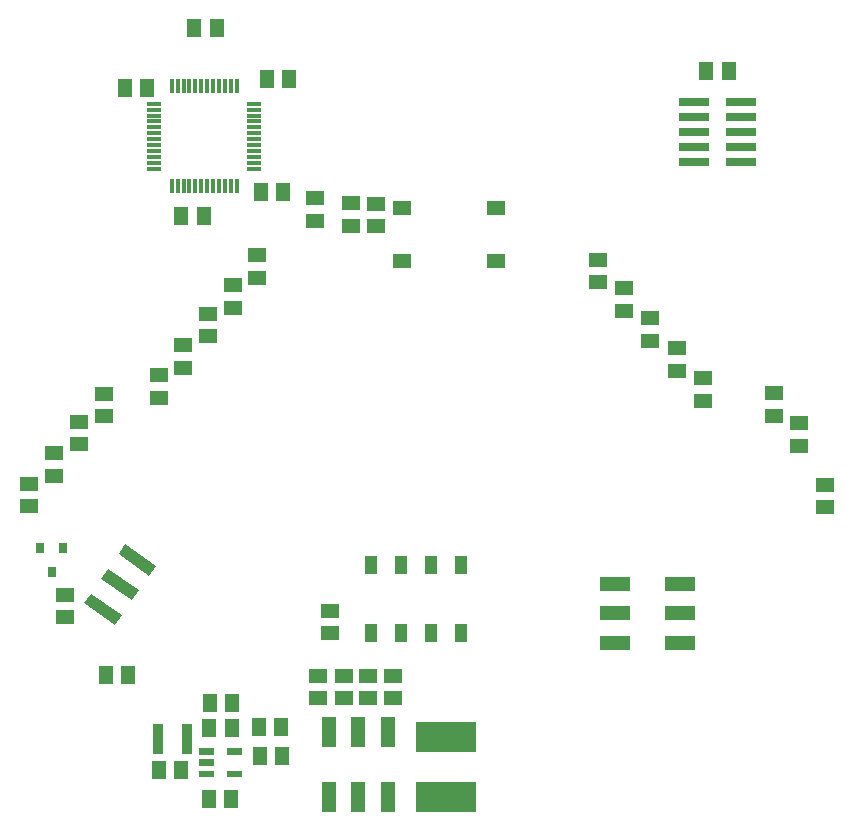
<source format=gbr>
G04 EAGLE Gerber X2 export*
%TF.Part,Single*%
%TF.FileFunction,Paste,Bot*%
%TF.FilePolarity,Positive*%
%TF.GenerationSoftware,Autodesk,EAGLE,9.1.3*%
%TF.CreationDate,2018-09-17T05:52:35Z*%
G75*
%MOMM*%
%FSLAX34Y34*%
%LPD*%
%AMOC8*
5,1,8,0,0,1.08239X$1,22.5*%
G01*
%ADD10R,0.300000X1.200000*%
%ADD11R,1.200000X0.300000*%
%ADD12R,0.850000X2.500000*%
%ADD13R,1.300000X1.500000*%
%ADD14R,1.500000X1.300000*%
%ADD15R,2.500000X0.650000*%
%ADD16C,0.077000*%
%ADD17R,0.787400X0.889000*%
%ADD18R,0.990600X1.549400*%
%ADD19R,1.020000X3.170000*%
%ADD20R,1.550000X1.300000*%
%ADD21R,1.200000X2.500000*%
%ADD22R,5.080000X2.540000*%
%ADD23R,2.500000X1.200000*%


D10*
X209010Y1043840D03*
X204010Y1043840D03*
X199010Y1043840D03*
X194010Y1043840D03*
X189010Y1043840D03*
X184010Y1043840D03*
X179010Y1043840D03*
X174010Y1043840D03*
X169010Y1043840D03*
X164010Y1043840D03*
X159010Y1043840D03*
X154010Y1043840D03*
D11*
X139010Y1058840D03*
X139010Y1063840D03*
X139010Y1068840D03*
X139010Y1073840D03*
X139010Y1078840D03*
X139010Y1083840D03*
X139010Y1088840D03*
X139010Y1093840D03*
X139010Y1098840D03*
X139010Y1103840D03*
X139010Y1108840D03*
X139010Y1113840D03*
D10*
X154010Y1128840D03*
X159010Y1128840D03*
X164010Y1128840D03*
X169010Y1128840D03*
X174010Y1128840D03*
X179010Y1128840D03*
X184010Y1128840D03*
X189010Y1128840D03*
X194010Y1128840D03*
X199010Y1128840D03*
X204010Y1128840D03*
X209010Y1128840D03*
D11*
X224010Y1113840D03*
X224010Y1108840D03*
X224010Y1103840D03*
X224010Y1098840D03*
X224010Y1093840D03*
X224010Y1088840D03*
X224010Y1083840D03*
X224010Y1078840D03*
X224010Y1073840D03*
X224010Y1068840D03*
X224010Y1063840D03*
X224010Y1058840D03*
D12*
X166620Y575712D03*
X142120Y575712D03*
D13*
X204822Y585364D03*
X185822Y585364D03*
X246900Y585690D03*
X227900Y585690D03*
X228494Y561488D03*
X247494Y561488D03*
X143150Y549804D03*
X162150Y549804D03*
X186076Y606700D03*
X205076Y606700D03*
X204314Y524912D03*
X185314Y524912D03*
D14*
X142870Y883910D03*
X142870Y864910D03*
X75650Y844540D03*
X75650Y825540D03*
X96814Y868162D03*
X96814Y849162D03*
X603650Y881370D03*
X603650Y862370D03*
X581380Y906770D03*
X581380Y887770D03*
X536840Y957570D03*
X536840Y938570D03*
X205600Y960110D03*
X205600Y941110D03*
X184690Y935980D03*
X184690Y916980D03*
X163780Y909310D03*
X163780Y890310D03*
X54486Y817870D03*
X54486Y798870D03*
X33322Y791962D03*
X33322Y772962D03*
X707290Y791200D03*
X707290Y772200D03*
X664020Y868670D03*
X664020Y849670D03*
X559110Y932170D03*
X559110Y913170D03*
X514570Y981700D03*
X514570Y962700D03*
X226510Y985510D03*
X226510Y966510D03*
D15*
X636086Y1115606D03*
X596086Y1115606D03*
X636086Y1102906D03*
X596086Y1102906D03*
X636086Y1090206D03*
X596086Y1090206D03*
X636086Y1077506D03*
X596086Y1077506D03*
X636086Y1064806D03*
X596086Y1064806D03*
D14*
X685020Y843270D03*
X685020Y824270D03*
D13*
X625704Y1141222D03*
X606704Y1141222D03*
D16*
X188779Y544543D02*
X177149Y544543D01*
X177149Y549273D01*
X188779Y549273D01*
X188779Y544543D01*
X188779Y545274D02*
X177149Y545274D01*
X177149Y546005D02*
X188779Y546005D01*
X188779Y546736D02*
X177149Y546736D01*
X177149Y547467D02*
X188779Y547467D01*
X188779Y548198D02*
X177149Y548198D01*
X177149Y548929D02*
X188779Y548929D01*
X188779Y554043D02*
X177149Y554043D01*
X177149Y558773D01*
X188779Y558773D01*
X188779Y554043D01*
X188779Y554774D02*
X177149Y554774D01*
X177149Y555505D02*
X188779Y555505D01*
X188779Y556236D02*
X177149Y556236D01*
X177149Y556967D02*
X188779Y556967D01*
X188779Y557698D02*
X177149Y557698D01*
X177149Y558429D02*
X188779Y558429D01*
X188779Y563543D02*
X177149Y563543D01*
X177149Y568273D01*
X188779Y568273D01*
X188779Y563543D01*
X188779Y564274D02*
X177149Y564274D01*
X177149Y565005D02*
X188779Y565005D01*
X188779Y565736D02*
X177149Y565736D01*
X177149Y566467D02*
X188779Y566467D01*
X188779Y567198D02*
X177149Y567198D01*
X177149Y567929D02*
X188779Y567929D01*
X200849Y563543D02*
X212479Y563543D01*
X200849Y563543D02*
X200849Y568273D01*
X212479Y568273D01*
X212479Y563543D01*
X212479Y564274D02*
X200849Y564274D01*
X200849Y565005D02*
X212479Y565005D01*
X212479Y565736D02*
X200849Y565736D01*
X200849Y566467D02*
X212479Y566467D01*
X212479Y567198D02*
X200849Y567198D01*
X200849Y567929D02*
X212479Y567929D01*
X212479Y544543D02*
X200849Y544543D01*
X200849Y549273D01*
X212479Y549273D01*
X212479Y544543D01*
X212479Y545274D02*
X200849Y545274D01*
X200849Y546005D02*
X212479Y546005D01*
X212479Y546736D02*
X200849Y546736D01*
X200849Y547467D02*
X212479Y547467D01*
X212479Y548198D02*
X200849Y548198D01*
X200849Y548929D02*
X212479Y548929D01*
D14*
X288240Y665530D03*
X288240Y684530D03*
X341570Y629400D03*
X341570Y610400D03*
X299480Y629400D03*
X299480Y610400D03*
X320570Y610400D03*
X320570Y629400D03*
X277584Y610284D03*
X277584Y629284D03*
D17*
X42722Y737368D03*
X62026Y737368D03*
X52374Y717048D03*
D14*
X63500Y697840D03*
X63500Y678840D03*
D13*
X117200Y629870D03*
X98200Y629870D03*
X234290Y1134358D03*
X253290Y1134358D03*
X173076Y1177792D03*
X192076Y1177792D03*
X161950Y1019048D03*
X180950Y1019048D03*
D14*
X326975Y1029106D03*
X326975Y1010106D03*
X305397Y1010514D03*
X305397Y1029514D03*
D18*
X398580Y665300D03*
X398580Y723466D03*
X373180Y665300D03*
X373180Y723466D03*
X347780Y665300D03*
X347780Y723466D03*
X322380Y665300D03*
X322380Y723466D03*
D13*
X229260Y1038860D03*
X248260Y1038860D03*
X133198Y1127506D03*
X114198Y1127506D03*
D19*
G36*
X111666Y680887D02*
X105816Y672532D01*
X79850Y690713D01*
X85700Y699068D01*
X111666Y680887D01*
G37*
G36*
X126235Y701693D02*
X120385Y693338D01*
X94419Y711519D01*
X100269Y719874D01*
X126235Y701693D01*
G37*
G36*
X140804Y722500D02*
X134954Y714145D01*
X108988Y732326D01*
X114838Y740681D01*
X140804Y722500D01*
G37*
D20*
X428750Y1025500D03*
X349250Y1025500D03*
X349250Y980500D03*
X428750Y980500D03*
D21*
X337000Y526500D03*
X312000Y526500D03*
X287000Y526500D03*
X337000Y581500D03*
X312000Y581500D03*
X287000Y581500D03*
D22*
X386000Y527000D03*
X386000Y577800D03*
D23*
X529551Y657345D03*
X529551Y682345D03*
X529551Y707345D03*
X584551Y657345D03*
X584551Y682345D03*
X584551Y707345D03*
D14*
X275139Y1033864D03*
X275139Y1014864D03*
M02*

</source>
